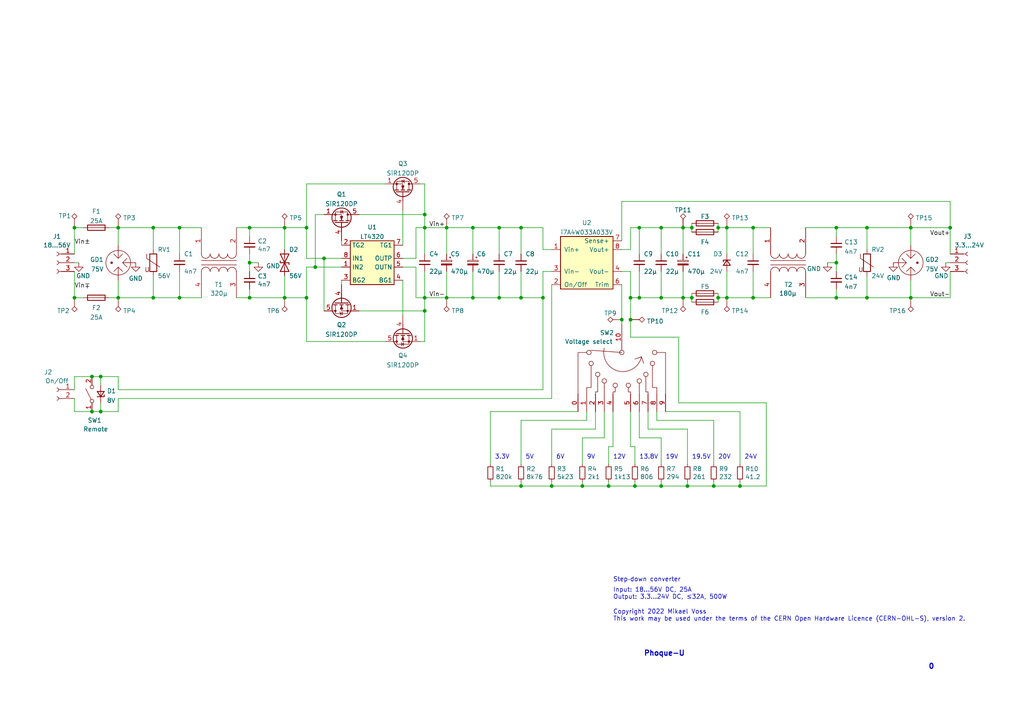
<source format=kicad_sch>
(kicad_sch (version 20211123) (generator eeschema)
  (paper "A4")
  (lib_symbols
    (symbol "Connector:Conn_01x02_Female" (pin_names (offset 1.016) hide)
      (property "Reference" "J" (at 0 2.54 0))
      (property "Value" "Conn_01x02_Female" (at 0 -5.08 0))
      (symbol "Conn_01x02_Female_1_1"
        (arc (start 0 -2.032) (mid -0.508 -2.54) (end 0 -3.048) (stroke (width 0.1524)))
        (polyline (pts (xy -1.27 -2.54) (xy -0.508 -2.54)) (stroke (width 0.1524)))
        (polyline (pts (xy -1.27 0) (xy -0.508 0)) (stroke (width 0.1524)))
        (arc (start 0 0.508) (mid -0.508 0) (end 0 -0.508) (stroke (width 0.1524)))
        (pin passive line (at -5.08 0 0) (length 3.81) (name "Pin_1") (number "1"))
        (pin passive line (at -5.08 -2.54 0) (length 3.81) (name "Pin_2") (number "2"))
      )
    )
    (symbol "Connector:Conn_01x03_Female" (pin_names (offset 1.016) hide)
      (property "Reference" "J" (at 0 5.08 0))
      (property "Value" "Conn_01x03_Female" (at 0 -5.08 0))
      (symbol "Conn_01x03_Female_1_1"
        (arc (start 0 -2.032) (mid -0.508 -2.54) (end 0 -3.048) (stroke (width 0.1524)))
        (polyline (pts (xy -1.27 -2.54) (xy -0.508 -2.54)) (stroke (width 0.1524)))
        (polyline (pts (xy -1.27 0) (xy -0.508 0)) (stroke (width 0.1524)))
        (polyline (pts (xy -1.27 2.54) (xy -0.508 2.54)) (stroke (width 0.1524)))
        (arc (start 0 0.508) (mid -0.508 0) (end 0 -0.508) (stroke (width 0.1524)))
        (arc (start 0 3.048) (mid -0.508 2.54) (end 0 2.032) (stroke (width 0.1524)))
        (pin passive line (at -5.08 2.54 0) (length 3.81) (name "Pin_1") (number "1"))
        (pin passive line (at -5.08 0 0) (length 3.81) (name "Pin_2") (number "2"))
        (pin passive line (at -5.08 -2.54 0) (length 3.81) (name "Pin_3") (number "3"))
      )
    )
    (symbol "Connector:TestPoint_Alt" (pin_numbers hide) (pin_names (offset 0.762) hide)
      (property "Reference" "TP" (at 0 6.858 0))
      (property "Value" "TestPoint_Alt" (at 0 5.08 0))
      (symbol "TestPoint_Alt_0_1"
        (polyline (pts (xy 0 2.54) (xy -0.762 3.302) (xy 0 4.064) (xy 0.762 3.302) (xy 0 2.54)))
      )
      (symbol "TestPoint_Alt_1_1"
        (pin passive line (at 0 0 90) (length 2.54) (name "1") (number "1"))
      )
    )
    (symbol "Device:C_Polarized_Small" (pin_numbers hide) (pin_names (offset 0.254) hide)
      (property "Reference" "C" (at 0.254 1.778 0))
      (property "Value" "C_Polarized_Small" (at 0.254 -2.032 0))
      (symbol "C_Polarized_Small_0_1"
        (rectangle (start -1.524 -0.3048) (end 1.524 -0.6858) (fill (type outline)))
        (rectangle (start -1.524 0.6858) (end 1.524 0.3048))
        (polyline (pts (xy -1.27 1.524) (xy -0.762 1.524)))
        (polyline (pts (xy -1.016 1.27) (xy -1.016 1.778)))
      )
      (symbol "C_Polarized_Small_1_1"
        (pin passive line (at 0 2.54 270) (length 1.8542) (name "~") (number "1"))
        (pin passive line (at 0 -2.54 90) (length 1.8542) (name "~") (number "2"))
      )
    )
    (symbol "Device:C_Small" (pin_numbers hide) (pin_names (offset 0.254) hide)
      (property "Reference" "C" (at 0.254 1.778 0))
      (property "Value" "C_Small" (at 0.254 -2.032 0))
      (symbol "C_Small_0_1"
        (polyline (pts (xy -1.524 -0.508) (xy 1.524 -0.508)) (stroke (width 0.3302)))
        (polyline (pts (xy -1.524 0.508) (xy 1.524 0.508)) (stroke (width 0.3048)))
      )
      (symbol "C_Small_1_1"
        (pin passive line (at 0 2.54 270) (length 2.032) (name "~") (number "1"))
        (pin passive line (at 0 -2.54 90) (length 2.032) (name "~") (number "2"))
      )
    )
    (symbol "Device:D_TVS" (pin_numbers hide) (pin_names (offset 1.016) hide)
      (property "Reference" "D" (at 0 2.54 0))
      (property "Value" "D_TVS" (at 0 -2.54 0))
      (symbol "D_TVS_0_1"
        (polyline (pts (xy 1.27 0) (xy -1.27 0)))
        (polyline (pts (xy 0.508 1.27) (xy 0 1.27) (xy 0 -1.27) (xy -0.508 -1.27)) (stroke (width 0.254)))
        (polyline (pts (xy -2.54 1.27) (xy -2.54 -1.27) (xy 2.54 1.27) (xy 2.54 -1.27) (xy -2.54 1.27)) (stroke (width 0.254)))
      )
      (symbol "D_TVS_1_1"
        (pin passive line (at -3.81 0 0) (length 2.54) (name "A1") (number "1"))
        (pin passive line (at 3.81 0 180) (length 2.54) (name "A2") (number "2"))
      )
    )
    (symbol "Device:D_Zener_Small" (pin_numbers hide) (pin_names (offset 0.254) hide)
      (property "Reference" "D" (at 0 2.286 0))
      (property "Value" "D_Zener_Small" (at 0 -2.286 0))
      (symbol "D_Zener_Small_0_1"
        (polyline (pts (xy 0.762 0) (xy -0.762 0)))
        (polyline (pts (xy -0.254 1.016) (xy -0.762 1.016) (xy -0.762 -1.016)) (stroke (width 0.254)))
        (polyline (pts (xy 0.762 1.016) (xy -0.762 0) (xy 0.762 -1.016) (xy 0.762 1.016)) (stroke (width 0.254)))
      )
      (symbol "D_Zener_Small_1_1"
        (pin passive line (at -2.54 0 0) (length 1.778) (name "K") (number "1"))
        (pin passive line (at 2.54 0 180) (length 1.778) (name "A") (number "2"))
      )
    )
    (symbol "Device:Fuse" (pin_numbers hide) (pin_names (offset 0))
      (property "Reference" "F" (at 2.032 0 90))
      (property "Value" "Fuse" (at -1.905 0 90))
      (symbol "Fuse_0_1"
        (rectangle (start -0.762 -2.54) (end 0.762 2.54) (stroke (width 0.254)))
        (polyline (pts (xy 0 2.54) (xy 0 -2.54)))
      )
      (symbol "Fuse_1_1"
        (pin passive line (at 0 3.81 270) (length 1.27) (name "~") (number "1"))
        (pin passive line (at 0 -3.81 90) (length 1.27) (name "~") (number "2"))
      )
    )
    (symbol "Device:GDT_3Pin" (pin_numbers hide)
      (property "Reference" "GD" (at 5.08 0 90))
      (property "Value" "GDT_3Pin" (at 7.62 0 90))
      (symbol "GDT_3Pin_0_1"
        (polyline (pts (xy -2.54 0) (xy -1.27 0)))
        (polyline (pts (xy 0 -2.54) (xy 0 -1.27)))
        (polyline (pts (xy 0 -1.27) (xy -1.27 -2.54)))
        (polyline (pts (xy 0 -1.27) (xy 1.27 -2.54)))
        (polyline (pts (xy 0 1.27) (xy -1.27 2.54)))
        (polyline (pts (xy 0 1.27) (xy 1.27 2.54)))
        (polyline (pts (xy 0 2.54) (xy 0 1.27)))
        (polyline (pts (xy -2.54 1.27) (xy -1.27 0) (xy -2.54 -1.27)))
        (circle (center 0 0) (radius 3.5814))
        (circle (center 1.905 0) (radius 0.127))
        (circle (center 1.905 0) (radius 0.127))
        (circle (center 1.905 0) (radius 0.2794))
        (circle (center 2.032 0) (radius 0.127))
      )
      (symbol "GDT_3Pin_1_1"
        (pin passive line (at 0 -5.08 90) (length 2.54) (name "~") (number "1"))
        (pin passive line (at -5.08 0 0) (length 2.54) (name "~") (number "2"))
        (pin passive line (at 0 5.08 270) (length 2.54) (name "~") (number "3"))
      )
    )
    (symbol "Device:R_Small" (pin_numbers hide) (pin_names (offset 0.254) hide)
      (property "Reference" "R" (at 0.762 0.508 0))
      (property "Value" "R_Small" (at 0.762 -1.016 0))
      (symbol "R_Small_0_1"
        (rectangle (start -0.762 1.778) (end 0.762 -1.778) (stroke (width 0.2032)))
      )
      (symbol "R_Small_1_1"
        (pin passive line (at 0 2.54 270) (length 0.762) (name "~") (number "1"))
        (pin passive line (at 0 -2.54 90) (length 0.762) (name "~") (number "2"))
      )
    )
    (symbol "Device:Transformer_1P_1S" (pin_names (offset 1.016) hide)
      (property "Reference" "T" (at 0 6.35 0))
      (property "Value" "Transformer_1P_1S" (at 0 -7.62 0))
      (symbol "Transformer_1P_1S_0_1"
        (arc (start -2.54 -5.0546) (mid -1.6561 -4.6863) (end -1.27 -3.81))
        (arc (start -2.54 -2.5146) (mid -1.6561 -2.1463) (end -1.27 -1.27))
        (arc (start -2.54 0.0254) (mid -1.6561 0.3937) (end -1.27 1.27))
        (arc (start -2.54 2.5654) (mid -1.6561 2.9337) (end -1.27 3.81))
        (arc (start -1.27 -3.81) (mid -1.642 -2.912) (end -2.54 -2.54))
        (arc (start -1.27 -1.27) (mid -1.642 -0.372) (end -2.54 0))
        (arc (start -1.27 1.27) (mid -1.642 2.168) (end -2.54 2.54))
        (arc (start -1.27 3.81) (mid -1.642 4.708) (end -2.54 5.08))
        (polyline (pts (xy -0.635 5.08) (xy -0.635 -5.08)))
        (polyline (pts (xy 0.635 -5.08) (xy 0.635 5.08)))
        (arc (start 1.2954 -1.27) (mid 1.6599 -2.1501) (end 2.54 -2.5146))
        (arc (start 1.2954 1.27) (mid 1.6599 0.3899) (end 2.54 0.0254))
        (arc (start 1.2954 3.81) (mid 1.6599 2.9299) (end 2.54 2.5654))
        (arc (start 1.3208 -3.81) (mid 1.6853 -4.6901) (end 2.5654 -5.0546))
        (arc (start 2.54 0) (mid 1.6456 -0.3683) (end 1.2954 -1.27))
        (arc (start 2.54 2.54) (mid 1.6456 2.1717) (end 1.2954 1.27))
        (arc (start 2.54 5.08) (mid 1.6456 4.7117) (end 1.2954 3.81))
        (arc (start 2.5654 -2.54) (mid 1.671 -2.9083) (end 1.3208 -3.81))
      )
      (symbol "Transformer_1P_1S_1_1"
        (pin passive line (at -10.16 5.08 0) (length 7.62) (name "AA") (number "1"))
        (pin passive line (at -10.16 -5.08 0) (length 7.62) (name "AB") (number "2"))
        (pin passive line (at 10.16 -5.08 180) (length 7.62) (name "SA") (number "3"))
        (pin passive line (at 10.16 5.08 180) (length 7.62) (name "SB") (number "4"))
      )
    )
    (symbol "Device:Varistor" (pin_numbers hide) (pin_names (offset 0))
      (property "Reference" "RV" (at 3.175 0 90))
      (property "Value" "Varistor" (at -3.175 0 90))
      (symbol "Varistor_0_0"
        (text "U" (at -1.778 -2.032 0) (effects (font (size 1.27 1.27))))
      )
      (symbol "Varistor_0_1"
        (rectangle (start -1.016 -2.54) (end 1.016 2.54) (stroke (width 0.254)))
        (polyline (pts (xy -1.905 2.54) (xy -1.905 1.27) (xy 1.905 -1.27)))
      )
      (symbol "Varistor_1_1"
        (pin passive line (at 0 3.81 270) (length 1.27) (name "~") (number "1"))
        (pin passive line (at 0 -3.81 90) (length 1.27) (name "~") (number "2"))
      )
    )
    (symbol "Local:LT4320"
      (property "Reference" "U" (at -5.08 7.62 0))
      (property "Value" "LT4320" (at 0 7.62 0))
      (symbol "LT4320_0_1"
        (rectangle (start -6.35 6.35) (end 6.35 -6.35) (stroke (width 0.254)) (fill (type background)))
      )
      (symbol "LT4320_1_1"
        (pin power_in line (at -8.89 -1.27 0) (length 2.54) (name "IN2") (number "1"))
        (pin output line (at -8.89 5.08 0) (length 2.54) (name "TG2") (number "2"))
        (pin output line (at -8.89 -5.08 0) (length 2.54) (name "BG2") (number "3"))
        (pin output line (at 8.89 -5.08 180) (length 2.54) (name "BG1") (number "4"))
        (pin power_out line (at 8.89 -1.27 180) (length 2.54) (name "OUTN") (number "5"))
        (pin power_out line (at 8.89 1.27 180) (length 2.54) (name "OUTP") (number "6"))
        (pin output line (at 8.89 5.08 180) (length 2.54) (name "TG1") (number "7"))
        (pin power_in line (at -8.89 1.27 0) (length 2.54) (name "IN1") (number "8"))
        (pin passive line (at 8.89 -1.27 180) (length 2.54) hide (name "OUTN") (number "9"))
      )
    )
    (symbol "Local:SW_Rotary10" (pin_names (offset 1.016) hide)
      (property "Reference" "SW" (at 0 15.24 0))
      (property "Value" "SW_Rotary10" (at 0 -15.24 0))
      (symbol "SW_Rotary10_0_0"
        (circle (center -6.985 -9.525) (radius 0.635))
        (circle (center -6.985 0) (radius 0.635))
        (circle (center -6.985 9.525) (radius 0.635))
        (arc (start -5.715 -5.715) (mid -1.6023 0.949) (end -8.255 5.08))
        (circle (center -3.81 -8.89) (radius 0.635))
        (circle (center -3.81 8.89) (radius 0.635))
        (circle (center -0.635 -6.985) (radius 0.635))
        (circle (center -0.635 6.985) (radius 0.635))
        (polyline (pts (xy -6.985 0) (xy -7.62 8.89)))
        (polyline (pts (xy -5.715 -5.715) (xy -5.08 -3.81)))
        (polyline (pts (xy -5.715 -5.715) (xy -3.81 -6.35)))
        (polyline (pts (xy 1.905 -5.08) (xy 5.08 -5.08)))
        (polyline (pts (xy 1.905 5.08) (xy 5.08 5.08)))
        (polyline (pts (xy -6.985 -10.16) (xy -6.985 -12.7) (xy 5.08 -12.7)))
        (polyline (pts (xy -6.985 10.16) (xy -6.985 12.7) (xy 5.08 12.7)))
        (polyline (pts (xy -3.175 -8.89) (xy 3.175 -8.89) (xy 3.175 -10.16) (xy 5.08 -10.16)))
        (polyline (pts (xy -3.175 8.89) (xy 3.175 8.89) (xy 3.175 10.16) (xy 5.08 10.16)))
        (polyline (pts (xy 0 -6.985) (xy 4.445 -6.985) (xy 4.445 -7.62) (xy 5.08 -7.62)))
        (polyline (pts (xy 0 6.985) (xy 4.445 6.985) (xy 4.445 7.62) (xy 5.08 7.62)))
        (polyline (pts (xy 3.175 -1.905) (xy 4.445 -1.905) (xy 4.445 -2.54) (xy 5.08 -2.54)))
        (polyline (pts (xy 3.175 1.905) (xy 4.445 1.905) (xy 4.445 2.54) (xy 5.08 2.54)))
        (circle (center 1.27 -5.08) (radius 0.635))
        (circle (center 1.27 5.08) (radius 0.635))
        (circle (center 2.54 -1.905) (radius 0.635))
        (circle (center 2.54 1.905) (radius 0.635))
      )
      (symbol "SW_Rotary10_0_1"
        (pin passive line (at 10.16 12.7 180) (length 5.08) (name "0") (number "0"))
        (pin passive line (at 10.16 10.16 180) (length 5.08) (name "1") (number "1"))
        (pin passive line (at -15.24 0 0) (length 7.62) (name "10") (number "10"))
        (pin passive line (at 10.16 7.62 180) (length 5.08) (name "2") (number "2"))
        (pin passive line (at 10.16 5.08 180) (length 5.08) (name "3") (number "3"))
        (pin passive line (at 10.16 2.54 180) (length 5.08) (name "4") (number "4"))
        (pin passive line (at 10.16 -2.54 180) (length 5.08) (name "5") (number "5"))
        (pin passive line (at 10.16 -5.08 180) (length 5.08) (name "6") (number "6"))
        (pin passive line (at 10.16 -7.62 180) (length 5.08) (name "7") (number "7"))
        (pin passive line (at 10.16 -10.16 180) (length 5.08) (name "8") (number "8"))
        (pin passive line (at 10.16 -12.7 180) (length 5.08) (name "9") (number "9"))
      )
    )
    (symbol "Local:SiR120DP" (pin_names (offset 0) hide)
      (property "Reference" "Q" (at 5.08 1.27 0))
      (property "Value" "SiR120DP" (at 5.08 -1.27 0))
      (symbol "SiR120DP_0_1"
        (polyline (pts (xy 0.254 0) (xy -2.54 0)))
        (polyline (pts (xy 0.254 1.905) (xy 0.254 -1.905)) (stroke (width 0.254)))
        (polyline (pts (xy 0.762 -1.27) (xy 0.762 -2.286)) (stroke (width 0.254)))
        (polyline (pts (xy 0.762 0.508) (xy 0.762 -0.508)) (stroke (width 0.254)))
        (polyline (pts (xy 0.762 2.286) (xy 0.762 1.27)) (stroke (width 0.254)))
        (polyline (pts (xy 2.54 2.54) (xy 2.54 1.778)))
        (polyline (pts (xy 2.54 -2.54) (xy 2.54 0) (xy 0.762 0)))
        (polyline (pts (xy 0.762 -1.778) (xy 3.302 -1.778) (xy 3.302 1.778) (xy 0.762 1.778)))
        (polyline (pts (xy 1.016 0) (xy 2.032 0.381) (xy 2.032 -0.381) (xy 1.016 0)) (fill (type outline)))
        (polyline (pts (xy 2.794 0.508) (xy 2.921 0.381) (xy 3.683 0.381) (xy 3.81 0.254)))
        (polyline (pts (xy 3.302 0.381) (xy 2.921 -0.254) (xy 3.683 -0.254) (xy 3.302 0.381)))
        (circle (center 1.651 0) (radius 2.794) (stroke (width 0.254)))
        (circle (center 2.54 -1.778) (radius 0.254) (fill (type outline)))
        (circle (center 2.54 1.778) (radius 0.254) (fill (type outline)))
      )
      (symbol "SiR120DP_1_1"
        (pin passive line (at 2.54 -5.08 90) (length 2.54) (name "S") (number "1"))
        (pin passive line (at 2.54 -5.08 90) (length 2.54) hide (name "S") (number "2"))
        (pin passive line (at 2.54 -5.08 90) (length 2.54) hide (name "S") (number "3"))
        (pin input line (at -5.08 0 0) (length 5.08) (name "G") (number "4"))
        (pin passive line (at 2.54 5.08 270) (length 2.54) (name "D") (number "5"))
        (pin passive line (at 2.54 5.08 270) (length 2.54) hide (name "D") (number "6"))
        (pin passive line (at 2.54 5.08 270) (length 2.54) hide (name "D") (number "7"))
        (pin passive line (at 2.54 5.08 270) (length 2.54) hide (name "D") (number "8"))
      )
    )
    (symbol "Local:i7A4W033A033V" (pin_names (offset 1.016))
      (property "Reference" "U" (at 0 11.43 0))
      (property "Value" "i7A4W033A033V" (at 0 8.89 0))
      (symbol "i7A4W033A033V_0_1"
        (rectangle (start -7.62 7.62) (end 7.62 -7.62) (stroke (width 0.254)) (fill (type background)))
      )
      (symbol "i7A4W033A033V_1_1"
        (pin power_in line (at -10.16 3.81 0) (length 2.54) (name "Vin +") (number "1"))
        (pin passive line (at -10.16 -2.54 0) (length 2.54) hide (name "Vin -") (number "10"))
        (pin input line (at -10.16 -6.35 0) (length 2.54) (name "On / Off") (number "2"))
        (pin power_in line (at -10.16 -2.54 0) (length 2.54) (name "Vin -") (number "3"))
        (pin power_out line (at 10.16 -2.54 180) (length 2.54) (name "Vout -") (number "4"))
        (pin input line (at 10.16 -6.35 180) (length 2.54) (name "Trim") (number "6"))
        (pin input line (at 10.16 6.35 180) (length 2.54) (name "Sense +") (number "7"))
        (pin power_out line (at 10.16 3.81 180) (length 2.54) (name "Vout +") (number "8"))
        (pin passive line (at -10.16 3.81 0) (length 2.54) hide (name "Vin +") (number "9"))
      )
    )
    (symbol "Switch:SW_SPST" (pin_names (offset 0) hide)
      (property "Reference" "SW" (at 0 3.175 0))
      (property "Value" "SW_SPST" (at 0 -2.54 0))
      (symbol "SW_SPST_0_0"
        (circle (center -2.032 0) (radius 0.508))
        (polyline (pts (xy -1.524 0.254) (xy 1.524 1.778)))
        (circle (center 2.032 0) (radius 0.508))
      )
      (symbol "SW_SPST_1_1"
        (pin passive line (at -5.08 0 0) (length 2.54) (name "A") (number "1"))
        (pin passive line (at 5.08 0 180) (length 2.54) (name "B") (number "2"))
      )
    )
    (symbol "power:GND" (power) (pin_names (offset 0))
      (property "Value" "GND" (at 0 -3.81 0))
      (symbol "GND_0_1"
        (polyline (pts (xy 0 0) (xy 0 -1.27) (xy 1.27 -1.27) (xy 0 -2.54) (xy -1.27 -1.27) (xy 0 -1.27)))
      )
      (symbol "GND_1_1"
        (pin power_in line (at 0 0 270) (length 0) hide (name "GND") (number "1"))
      )
    )
  )
  (junction (at 180.34 92.71))
  (junction (at 214.63 140.97))
  (junction (at 151.13 140.97))
  (junction (at 44.45 86.36))
  (junction (at 91.44 77.47))
  (junction (at 191.77 140.97))
  (junction (at 29.21 109.22))
  (junction (at 182.88 86.36))
  (junction (at 210.82 66.04))
  (junction (at 242.57 76.2))
  (junction (at 251.46 86.36))
  (junction (at 144.78 86.36))
  (junction (at 26.67 119.38))
  (junction (at 29.21 119.38))
  (junction (at 184.15 140.97))
  (junction (at 207.01 140.97))
  (junction (at 34.29 86.36))
  (junction (at 151.13 86.36))
  (junction (at 82.55 86.36))
  (junction (at 144.78 66.04))
  (junction (at 137.16 86.36))
  (junction (at 200.66 66.04))
  (junction (at 275.59 66.04))
  (junction (at 72.39 66.04))
  (junction (at 198.12 86.36))
  (junction (at 123.19 90.17))
  (junction (at 82.55 66.04))
  (junction (at 242.57 86.36))
  (junction (at 185.42 86.36))
  (junction (at 157.48 86.36))
  (junction (at 44.45 66.04))
  (junction (at 218.44 86.36))
  (junction (at 129.54 66.04))
  (junction (at 72.39 76.2))
  (junction (at 52.07 86.36))
  (junction (at 93.98 74.93))
  (junction (at 52.07 66.04))
  (junction (at 34.29 66.04))
  (junction (at 88.9 86.36))
  (junction (at 182.88 92.71))
  (junction (at 123.19 62.23))
  (junction (at 191.77 66.04))
  (junction (at 129.54 86.36))
  (junction (at 210.82 86.36))
  (junction (at 191.77 86.36))
  (junction (at 199.39 140.97))
  (junction (at 176.53 140.97))
  (junction (at 242.57 66.04))
  (junction (at 264.16 66.04))
  (junction (at 123.19 66.04))
  (junction (at 72.39 86.36))
  (junction (at 208.28 66.04))
  (junction (at 21.59 86.36))
  (junction (at 123.19 86.36))
  (junction (at 264.16 86.36))
  (junction (at 26.67 109.22))
  (junction (at 251.46 66.04))
  (junction (at 208.28 86.36))
  (junction (at 218.44 66.04))
  (junction (at 151.13 66.04))
  (junction (at 160.02 140.97))
  (junction (at 200.66 86.36))
  (junction (at 198.12 66.04))
  (junction (at 88.9 66.04))
  (junction (at 137.16 66.04))
  (junction (at 21.59 66.04))
  (junction (at 168.91 140.97))
  (junction (at 185.42 66.04))
  (wire (pts (xy 242.57 66.04) (xy 242.57 68.58)))
  (wire (pts (xy 26.67 119.38) (xy 29.21 119.38)))
  (wire (pts (xy 182.88 86.36) (xy 182.88 78.74)))
  (wire (pts (xy 157.48 86.36) (xy 157.48 78.74)))
  (wire (pts (xy 116.84 60.96) (xy 116.84 71.12)))
  (wire (pts (xy 44.45 86.36) (xy 52.07 86.36)))
  (wire (pts (xy 177.8 119.38) (xy 177.8 129.54)))
  (wire (pts (xy 176.53 129.54) (xy 176.53 134.62)))
  (wire (pts (xy 180.34 69.85) (xy 180.34 58.42)))
  (wire (pts (xy 182.88 97.79) (xy 196.85 97.79)))
  (wire (pts (xy 129.54 66.04) (xy 137.16 66.04)))
  (wire (pts (xy 160.02 140.97) (xy 168.91 140.97)))
  (wire (pts (xy 184.15 139.7) (xy 184.15 140.97)))
  (wire (pts (xy 121.92 99.06) (xy 123.19 99.06)))
  (wire (pts (xy 123.19 53.34) (xy 123.19 62.23)))
  (wire (pts (xy 142.24 119.38) (xy 142.24 134.62)))
  (wire (pts (xy 82.55 66.04) (xy 82.55 72.39)))
  (wire (pts (xy 198.12 73.66) (xy 198.12 66.04)))
  (wire (pts (xy 176.53 139.7) (xy 176.53 140.97)))
  (wire (pts (xy 99.06 69.85) (xy 99.06 71.12)))
  (wire (pts (xy 251.46 86.36) (xy 264.16 86.36)))
  (wire (pts (xy 111.76 99.06) (xy 88.9 99.06)))
  (wire (pts (xy 151.13 139.7) (xy 151.13 140.97)))
  (wire (pts (xy 99.06 74.93) (xy 93.98 74.93)))
  (wire (pts (xy 29.21 116.84) (xy 29.21 119.38)))
  (wire (pts (xy 207.01 140.97) (xy 214.63 140.97)))
  (wire (pts (xy 240.03 76.2) (xy 242.57 76.2)))
  (wire (pts (xy 21.59 113.03) (xy 21.59 109.22)))
  (wire (pts (xy 218.44 66.04) (xy 223.52 66.04)))
  (wire (pts (xy 208.28 66.04) (xy 208.28 67.31)))
  (wire (pts (xy 207.01 121.92) (xy 207.01 134.62)))
  (wire (pts (xy 199.39 140.97) (xy 207.01 140.97)))
  (wire (pts (xy 242.57 66.04) (xy 251.46 66.04)))
  (wire (pts (xy 93.98 74.93) (xy 93.98 90.17)))
  (wire (pts (xy 72.39 66.04) (xy 82.55 66.04)))
  (wire (pts (xy 88.9 53.34) (xy 111.76 53.34)))
  (wire (pts (xy 190.5 119.38) (xy 190.5 121.92)))
  (wire (pts (xy 123.19 86.36) (xy 123.19 90.17)))
  (wire (pts (xy 185.42 127) (xy 191.77 127)))
  (wire (pts (xy 68.58 66.04) (xy 72.39 66.04)))
  (wire (pts (xy 26.67 109.22) (xy 29.21 109.22)))
  (wire (pts (xy 160.02 115.57) (xy 160.02 82.55)))
  (wire (pts (xy 251.46 66.04) (xy 251.46 72.39)))
  (wire (pts (xy 31.75 86.36) (xy 34.29 86.36)))
  (wire (pts (xy 196.85 116.84) (xy 196.85 97.79)))
  (wire (pts (xy 121.92 53.34) (xy 123.19 53.34)))
  (wire (pts (xy 172.72 119.38) (xy 172.72 124.46)))
  (wire (pts (xy 214.63 119.38) (xy 214.63 134.62)))
  (wire (pts (xy 93.98 62.23) (xy 91.44 62.23)))
  (wire (pts (xy 142.24 139.7) (xy 142.24 140.97)))
  (wire (pts (xy 274.32 76.2) (xy 275.59 76.2)))
  (wire (pts (xy 182.88 72.39) (xy 180.34 72.39)))
  (wire (pts (xy 175.26 127) (xy 168.91 127)))
  (wire (pts (xy 214.63 140.97) (xy 214.63 139.7)))
  (wire (pts (xy 21.59 66.04) (xy 21.59 73.66)))
  (wire (pts (xy 185.42 66.04) (xy 191.77 66.04)))
  (wire (pts (xy 137.16 86.36) (xy 144.78 86.36)))
  (wire (pts (xy 157.48 66.04) (xy 151.13 66.04)))
  (wire (pts (xy 208.28 66.04) (xy 210.82 66.04)))
  (wire (pts (xy 157.48 78.74) (xy 160.02 78.74)))
  (wire (pts (xy 91.44 62.23) (xy 91.44 77.47)))
  (wire (pts (xy 123.19 86.36) (xy 129.54 86.36)))
  (wire (pts (xy 82.55 86.36) (xy 88.9 86.36)))
  (wire (pts (xy 144.78 66.04) (xy 151.13 66.04)))
  (wire (pts (xy 72.39 78.74) (xy 72.39 76.2)))
  (wire (pts (xy 222.25 116.84) (xy 196.85 116.84)))
  (wire (pts (xy 185.42 66.04) (xy 182.88 66.04)))
  (wire (pts (xy 180.34 58.42) (xy 275.59 58.42)))
  (wire (pts (xy 82.55 80.01) (xy 82.55 86.36)))
  (wire (pts (xy 120.65 74.93) (xy 120.65 66.04)))
  (wire (pts (xy 184.15 129.54) (xy 184.15 134.62)))
  (wire (pts (xy 180.34 92.71) (xy 180.34 93.98)))
  (wire (pts (xy 120.65 86.36) (xy 123.19 86.36)))
  (wire (pts (xy 208.28 64.77) (xy 208.28 66.04)))
  (wire (pts (xy 72.39 76.2) (xy 74.93 76.2)))
  (wire (pts (xy 144.78 86.36) (xy 151.13 86.36)))
  (wire (pts (xy 34.29 115.57) (xy 160.02 115.57)))
  (wire (pts (xy 176.53 140.97) (xy 184.15 140.97)))
  (wire (pts (xy 187.96 119.38) (xy 187.96 124.46)))
  (wire (pts (xy 34.29 109.22) (xy 34.29 113.03)))
  (wire (pts (xy 21.59 109.22) (xy 26.67 109.22)))
  (wire (pts (xy 182.88 92.71) (xy 182.88 97.79)))
  (wire (pts (xy 123.19 62.23) (xy 123.19 66.04)))
  (wire (pts (xy 200.66 64.77) (xy 200.66 66.04)))
  (wire (pts (xy 198.12 86.36) (xy 191.77 86.36)))
  (wire (pts (xy 68.58 86.36) (xy 72.39 86.36)))
  (wire (pts (xy 264.16 66.04) (xy 264.16 71.12)))
  (wire (pts (xy 242.57 73.66) (xy 242.57 76.2)))
  (wire (pts (xy 34.29 113.03) (xy 157.48 113.03)))
  (wire (pts (xy 210.82 66.04) (xy 210.82 73.66)))
  (wire (pts (xy 264.16 81.28) (xy 264.16 86.36)))
  (wire (pts (xy 120.65 66.04) (xy 123.19 66.04)))
  (wire (pts (xy 144.78 78.74) (xy 144.78 86.36)))
  (wire (pts (xy 151.13 140.97) (xy 160.02 140.97)))
  (wire (pts (xy 233.68 86.36) (xy 242.57 86.36)))
  (wire (pts (xy 123.19 90.17) (xy 123.19 99.06)))
  (wire (pts (xy 182.88 86.36) (xy 182.88 92.71)))
  (wire (pts (xy 199.39 139.7) (xy 199.39 140.97)))
  (wire (pts (xy 123.19 73.66) (xy 123.19 66.04)))
  (wire (pts (xy 264.16 66.04) (xy 275.59 66.04)))
  (wire (pts (xy 72.39 66.04) (xy 72.39 68.58)))
  (wire (pts (xy 44.45 66.04) (xy 52.07 66.04)))
  (wire (pts (xy 182.88 129.54) (xy 184.15 129.54)))
  (wire (pts (xy 182.88 78.74) (xy 180.34 78.74)))
  (wire (pts (xy 116.84 74.93) (xy 120.65 74.93)))
  (wire (pts (xy 275.59 86.36) (xy 275.59 78.74)))
  (wire (pts (xy 191.77 66.04) (xy 198.12 66.04)))
  (wire (pts (xy 72.39 86.36) (xy 82.55 86.36)))
  (wire (pts (xy 242.57 83.82) (xy 242.57 86.36)))
  (wire (pts (xy 264.16 86.36) (xy 275.59 86.36)))
  (wire (pts (xy 191.77 127) (xy 191.77 134.62)))
  (wire (pts (xy 187.96 124.46) (xy 199.39 124.46)))
  (wire (pts (xy 198.12 86.36) (xy 200.66 86.36)))
  (wire (pts (xy 191.77 86.36) (xy 185.42 86.36)))
  (wire (pts (xy 193.04 119.38) (xy 214.63 119.38)))
  (wire (pts (xy 168.91 127) (xy 168.91 134.62)))
  (wire (pts (xy 275.59 58.42) (xy 275.59 66.04)))
  (wire (pts (xy 208.28 85.09) (xy 208.28 86.36)))
  (wire (pts (xy 120.65 77.47) (xy 120.65 86.36)))
  (wire (pts (xy 91.44 77.47) (xy 88.9 77.47)))
  (wire (pts (xy 180.34 82.55) (xy 180.34 92.71)))
  (wire (pts (xy 21.59 66.04) (xy 24.13 66.04)))
  (wire (pts (xy 151.13 86.36) (xy 157.48 86.36)))
  (wire (pts (xy 210.82 86.36) (xy 218.44 86.36)))
  (wire (pts (xy 233.68 66.04) (xy 242.57 66.04)))
  (wire (pts (xy 185.42 66.04) (xy 185.42 73.66)))
  (wire (pts (xy 160.02 139.7) (xy 160.02 140.97)))
  (wire (pts (xy 191.77 78.74) (xy 191.77 86.36)))
  (wire (pts (xy 142.24 140.97) (xy 151.13 140.97)))
  (wire (pts (xy 137.16 78.74) (xy 137.16 86.36)))
  (wire (pts (xy 137.16 66.04) (xy 144.78 66.04)))
  (wire (pts (xy 184.15 140.97) (xy 191.77 140.97)))
  (wire (pts (xy 190.5 121.92) (xy 207.01 121.92)))
  (wire (pts (xy 168.91 140.97) (xy 176.53 140.97)))
  (wire (pts (xy 151.13 78.74) (xy 151.13 86.36)))
  (wire (pts (xy 168.91 139.7) (xy 168.91 140.97)))
  (wire (pts (xy 182.88 66.04) (xy 182.88 72.39)))
  (wire (pts (xy 99.06 77.47) (xy 91.44 77.47)))
  (wire (pts (xy 52.07 86.36) (xy 58.42 86.36)))
  (wire (pts (xy 52.07 66.04) (xy 58.42 66.04)))
  (wire (pts (xy 177.8 129.54) (xy 176.53 129.54)))
  (wire (pts (xy 160.02 124.46) (xy 160.02 134.62)))
  (wire (pts (xy 21.59 76.2) (xy 22.86 76.2)))
  (wire (pts (xy 200.66 85.09) (xy 200.66 86.36)))
  (wire (pts (xy 34.29 66.04) (xy 34.29 71.12)))
  (wire (pts (xy 151.13 121.92) (xy 151.13 134.62)))
  (wire (pts (xy 151.13 66.04) (xy 151.13 73.66)))
  (wire (pts (xy 222.25 140.97) (xy 222.25 116.84)))
  (wire (pts (xy 88.9 66.04) (xy 88.9 74.93)))
  (wire (pts (xy 88.9 86.36) (xy 88.9 99.06)))
  (wire (pts (xy 172.72 124.46) (xy 160.02 124.46)))
  (wire (pts (xy 199.39 124.46) (xy 199.39 134.62)))
  (wire (pts (xy 251.46 80.01) (xy 251.46 86.36)))
  (wire (pts (xy 182.88 119.38) (xy 182.88 129.54)))
  (wire (pts (xy 242.57 86.36) (xy 251.46 86.36)))
  (wire (pts (xy 52.07 86.36) (xy 52.07 78.74)))
  (wire (pts (xy 144.78 66.04) (xy 144.78 73.66)))
  (wire (pts (xy 34.29 119.38) (xy 34.29 115.57)))
  (wire (pts (xy 34.29 81.28) (xy 34.29 86.36)))
  (wire (pts (xy 214.63 140.97) (xy 222.25 140.97)))
  (wire (pts (xy 157.48 113.03) (xy 157.48 86.36)))
  (wire (pts (xy 170.18 119.38) (xy 170.18 121.92)))
  (wire (pts (xy 157.48 66.04) (xy 157.48 72.39)))
  (wire (pts (xy 198.12 66.04) (xy 200.66 66.04)))
  (wire (pts (xy 251.46 66.04) (xy 264.16 66.04)))
  (wire (pts (xy 198.12 78.74) (xy 198.12 86.36)))
  (wire (pts (xy 21.59 115.57) (xy 21.59 119.38)))
  (wire (pts (xy 191.77 139.7) (xy 191.77 140.97)))
  (wire (pts (xy 208.28 86.36) (xy 208.28 87.63)))
  (wire (pts (xy 170.18 121.92) (xy 151.13 121.92)))
  (wire (pts (xy 200.66 66.04) (xy 200.66 67.31)))
  (wire (pts (xy 21.59 86.36) (xy 24.13 86.36)))
  (wire (pts (xy 275.59 66.04) (xy 275.59 73.66)))
  (wire (pts (xy 21.59 119.38) (xy 26.67 119.38)))
  (wire (pts (xy 157.48 72.39) (xy 160.02 72.39)))
  (wire (pts (xy 31.75 66.04) (xy 34.29 66.04)))
  (wire (pts (xy 129.54 86.36) (xy 137.16 86.36)))
  (wire (pts (xy 242.57 76.2) (xy 242.57 78.74)))
  (wire (pts (xy 137.16 66.04) (xy 137.16 73.66)))
  (wire (pts (xy 116.84 77.47) (xy 120.65 77.47)))
  (wire (pts (xy 200.66 86.36) (xy 200.66 87.63)))
  (wire (pts (xy 191.77 140.97) (xy 199.39 140.97)))
  (wire (pts (xy 82.55 66.04) (xy 88.9 66.04)))
  (wire (pts (xy 29.21 109.22) (xy 29.21 111.76)))
  (wire (pts (xy 123.19 66.04) (xy 129.54 66.04)))
  (wire (pts (xy 93.98 74.93) (xy 88.9 74.93)))
  (wire (pts (xy 88.9 77.47) (xy 88.9 86.36)))
  (wire (pts (xy 210.82 66.04) (xy 218.44 66.04)))
  (wire (pts (xy 99.06 81.28) (xy 99.06 82.55)))
  (wire (pts (xy 34.29 86.36) (xy 44.45 86.36)))
  (wire (pts (xy 185.42 86.36) (xy 182.88 86.36)))
  (wire (pts (xy 218.44 78.74) (xy 218.44 86.36)))
  (wire (pts (xy 218.44 86.36) (xy 223.52 86.36)))
  (wire (pts (xy 52.07 66.04) (xy 52.07 73.66)))
  (wire (pts (xy 218.44 73.66) (xy 218.44 66.04)))
  (wire (pts (xy 175.26 119.38) (xy 175.26 127)))
  (wire (pts (xy 21.59 78.74) (xy 21.59 86.36)))
  (wire (pts (xy 129.54 66.04) (xy 129.54 73.66)))
  (wire (pts (xy 142.24 119.38) (xy 167.64 119.38)))
  (wire (pts (xy 129.54 78.74) (xy 129.54 86.36)))
  (wire (pts (xy 207.01 139.7) (xy 207.01 140.97)))
  (wire (pts (xy 116.84 81.28) (xy 116.84 91.44)))
  (wire (pts (xy 123.19 78.74) (xy 123.19 86.36)))
  (wire (pts (xy 29.21 109.22) (xy 34.29 109.22)))
  (wire (pts (xy 29.21 119.38) (xy 34.29 119.38)))
  (wire (pts (xy 72.39 76.2) (xy 72.39 73.66)))
  (wire (pts (xy 185.42 78.74) (xy 185.42 86.36)))
  (wire (pts (xy 34.29 66.04) (xy 44.45 66.04)))
  (wire (pts (xy 208.28 86.36) (xy 210.82 86.36)))
  (wire (pts (xy 44.45 80.01) (xy 44.45 86.36)))
  (wire (pts (xy 72.39 86.36) (xy 72.39 83.82)))
  (wire (pts (xy 185.42 119.38) (xy 185.42 127)))
  (wire (pts (xy 104.14 62.23) (xy 123.19 62.23)))
  (wire (pts (xy 191.77 66.04) (xy 191.77 73.66)))
  (wire (pts (xy 88.9 53.34) (xy 88.9 66.04)))
  (wire (pts (xy 44.45 72.39) (xy 44.45 66.04)))
  (wire (pts (xy 104.14 90.17) (xy 123.19 90.17)))
  (wire (pts (xy 210.82 78.74) (xy 210.82 86.36)))
  (text "12 V" (at 177.8 133.35 0) (effects (font (size 1.27 1.27)) (justify left bottom)))
  (text "Phoque-U" (at 186.69 190.5 0) (effects (font (size 1.5 1.5) (thickness 0.3) bold) (justify left bottom)))
  (text "0" (at 269.24 194.31 0) (effects (font (size 1.5 1.5) (thickness 0.3) bold) (justify left bottom)))
  (text "24 V" (at 215.9 133.35 0) (effects (font (size 1.27 1.27)) (justify left bottom)))
  (text "13.8 V" (at 185.42 133.35 0) (effects (font (size 1.27 1.27)) (justify left bottom)))
  (text "9 V" (at 170.18 133.35 0) (effects (font (size 1.27 1.27)) (justify left bottom)))
  (text "Copyright 2022 Mikael Voss\nThis work may be used under the terms of the CERN Open Hardware Licence (CERN-OHL-S), version 2." (at 177.8 180.34 0) (effects (font (size 1.27 1.27)) (justify left bottom)))
  (text "Input: 18…56 V DC, 25 A\nOutput: 3.3…24 V DC, ≤ 32 A, 500 W" (at 177.8 173.99 0) (effects (font (size 1.27 1.27)) (justify left bottom)))
  (text "19.5 V" (at 200.66 133.35 0) (effects (font (size 1.27 1.27)) (justify left bottom)))
  (text "5 V" (at 152.4 133.35 0) (effects (font (size 1.27 1.27)) (justify left bottom)))
  (text "19 V" (at 193.04 133.35 0) (effects (font (size 1.27 1.27)) (justify left bottom)))
  (text "Step‐down converter" (at 177.8 168.91 0) (effects (font (size 1.27 1.27)) (justify left bottom)))
  (text "6 V" (at 161.29 133.35 0) (effects (font (size 1.27 1.27)) (justify left bottom)))
  (text "20 V" (at 208.28 133.35 0) (effects (font (size 1.27 1.27)) (justify left bottom)))
  (text "3.3 V" (at 143.51 133.35 0) (effects (font (size 1.27 1.27)) (justify left bottom)))
  (label "Vin -" (at 124.46 86.36 0))
  (label "Vin +" (at 124.46 66.04 0))
  (label "Vin ±" (at 21.59 71.12 0))
  (label "Vout +" (at 275.59 68.58 180))
  (label "Vout -" (at 275.59 86.36 180))
  (label "Vin ∓" (at 21.59 83.82 0))
  (symbol (lib_id "Connector:Conn_01x03_Female") (at 16.51 76.2 0) (mirror y) (unit 1)
    (property "Reference" "J1" (at 16.51 68.58 0))
    (property "Value" "18…56 V" (at 16.51 71.12 0))
  )
  (symbol (lib_id "Device:Transformer_1P_1S") (at 63.5 76.2 90) (mirror x) (unit 1)
    (property "Reference" "T1" (at 62.23 82.55 90) (effects (justify right)))
    (property "Value" "320 µ" (at 60.96 85.09 90) (effects (justify right)))
    (property "Part Number" "CMX1211Z321B-10" (effects hide))
  )
  (symbol (lib_id "Device:Fuse") (at 27.94 66.04 90) (unit 1)
    (property "Reference" "F1" (at 27.94 61.3115 90))
    (property "Value" "25 A" (at 27.94 64.0866 90))
    (property "Part Number" "3557" (effects hide))
  )
  (symbol (lib_id "Device:C_Small") (at 52.07 76.2 0) (unit 1)
    (property "Reference" "C1" (at 53.34 73.66 0) (effects (justify left)))
    (property "Value" "4n7" (at 53.34 78.74 0) (effects (justify left)))
    (property "Footprint" "Local:C_Disc_D13mm_W6.0mm_P10.00mm" (effects hide))
    (property "Part Number" "CD45-E2GA472M-NKA" (effects hide))
  )
  (symbol (lib_id "Device:C_Small") (at 72.39 71.12 0) (unit 1)
    (property "Reference" "C2" (at 74.7268 69.9516 0) (effects (justify left)))
    (property "Value" "4n7" (at 74.7268 72.263 0) (effects (justify left)))
    (property "Footprint" "Local:C_Disc_D13mm_W6.0mm_P10.00mm" (effects hide))
    (property "Part Number" "CD45-E2GA472M-NKA" (effects hide))
  )
  (symbol (lib_id "Device:C_Small") (at 72.39 81.28 0) (unit 1)
    (property "Reference" "C3" (at 74.7268 80.1116 0) (effects (justify left)))
    (property "Value" "4n7" (at 74.7268 82.423 0) (effects (justify left)))
    (property "Footprint" "Local:C_Disc_D13mm_W6.0mm_P10.00mm" (effects hide))
    (property "Part Number" "CD45-E2GA472M-NKA" (effects hide))
  )
  (symbol (lib_id "power:GND") (at 74.93 76.2 0) (unit 1)
    (property "Reference" "#PWR03" (effects hide))
    (property "Value" "GND" (at 77.1652 77.1398 0) (effects (justify left)))
  )
  (symbol (lib_id "Device:Varistor") (at 44.45 76.2 0) (unit 1)
    (property "Reference" "RV1" (at 45.72 72.39 0) (effects (justify left)))
    (property "Value" "56 V" (at 45.72 80.01 0) (effects (justify left)))
    (property "Part Number" "B72540E0400K062" (effects hide))
  )
  (symbol (lib_id "Device:GDT_3Pin") (at 34.29 76.2 180) (unit 1)
    (property "Reference" "GD1" (at 30.0737 75.2915 0) (effects (justify left)))
    (property "Value" "75 V" (at 30.0737 78.0666 0) (effects (justify left)))
    (property "Part Number" "2036-07-SM" (effects hide))
  )
  (symbol (lib_id "Connector:Conn_01x03_Female") (at 280.67 76.2 0) (unit 1)
    (property "Reference" "J3" (at 279.4 68.58 0) (effects (justify left)))
    (property "Value" "3.3…24 V" (at 276.86 71.12 0) (effects (justify left)))
  )
  (symbol (lib_id "Device:Transformer_1P_1S") (at 228.6 76.2 90) (mirror x) (unit 1)
    (property "Reference" "T2" (at 229.87 82.55 90) (effects (justify left)))
    (property "Value" "180 µ" (at 231.14 85.09 90) (effects (justify left)))
    (property "Part Number" "CMX1211Z181B-10" (effects hide))
  )
  (symbol (lib_id "Device:C_Small") (at 218.44 76.2 0) (mirror y) (unit 1)
    (property "Reference" "C12" (at 217.17 73.66 0) (effects (justify left)))
    (property "Value" "4n7" (at 217.17 78.74 0) (effects (justify left)))
    (property "Footprint" "Local:C_Disc_D13mm_W6.0mm_P10.00mm" (effects hide))
    (property "Part Number" "CD45-E2GA472M-NKA" (effects hide))
  )
  (symbol (lib_id "Device:D_Zener_Small") (at 210.82 76.2 90) (mirror x) (unit 1)
    (property "Reference" "D3" (at 209.55 73.66 90) (effects (justify left)))
    (property "Value" "24 V" (at 209.55 78.74 90) (effects (justify left)))
    (property "Footprint" "Diode_SMD:D_SMC" (effects hide))
    (property "Part Number" "SMC30J24A" (effects hide))
  )
  (symbol (lib_id "Device:GDT_3Pin") (at 264.16 76.2 0) (unit 1)
    (property "Reference" "GD2" (at 268.3764 75.2915 0) (effects (justify left)))
    (property "Value" "75 V" (at 268.3764 78.0666 0) (effects (justify left)))
    (property "Part Number" "2036-07-SM" (effects hide))
  )
  (symbol (lib_id "Device:C_Small") (at 242.57 81.28 0) (mirror y) (unit 1)
    (property "Reference" "C14" (at 244.8941 80.3778 0) (effects (justify right)))
    (property "Value" "4n7" (at 244.8941 83.1529 0) (effects (justify right)))
    (property "Footprint" "Local:C_Disc_D13mm_W6.0mm_P10.00mm" (effects hide))
    (property "Part Number" "CD45-E2GA472M-NKA" (effects hide))
  )
  (symbol (lib_id "Device:C_Small") (at 242.57 71.12 0) (mirror y) (unit 1)
    (property "Reference" "C13" (at 244.8941 70.2178 0) (effects (justify right)))
    (property "Value" "4n7" (at 244.8941 72.9929 0) (effects (justify right)))
    (property "Footprint" "Local:C_Disc_D13mm_W6.0mm_P10.00mm" (effects hide))
    (property "Part Number" "CD45-E2GA472M-NKA" (effects hide))
  )
  (symbol (lib_id "Device:C_Small") (at 151.13 76.2 0) (unit 1)
    (property "Reference" "C8" (at 152.4 73.66 0) (effects (justify left)))
    (property "Value" "22 µ" (at 152.4 78.74 0) (effects (justify left)))
    (property "Part Number" "KRM55WR71J226MH01K" (effects hide))
  )
  (symbol (lib_id "Device:C_Small") (at 185.42 76.2 0) (mirror y) (unit 1)
    (property "Reference" "C9" (at 186.69 73.66 0) (effects (justify right)))
    (property "Value" "22 µ" (at 186.69 78.74 0) (effects (justify right)))
    (property "Part Number" "KRM55WR71J226MH01K" (effects hide))
  )
  (symbol (lib_id "Device:C_Polarized_Small") (at 198.12 76.2 0) (mirror y) (unit 1)
    (property "Reference" "C11" (at 199.39 73.66 0) (effects (justify right)))
    (property "Value" "470 µ" (at 199.39 78.74 0) (effects (justify right)))
    (property "Footprint" "Capacitor_THT:CP_Radial_D16.0mm_P7.50mm" (effects hide))
    (property "Part Number" "URZ1J471MHD" (effects hide))
  )
  (symbol (lib_id "Device:Varistor") (at 251.46 76.2 0) (unit 1)
    (property "Reference" "RV2" (at 252.73 72.39 0) (effects (justify left)))
    (property "Value" "24 V" (at 252.73 80.01 0) (effects (justify left)))
    (property "Part Number" "B72530T6170K062" (effects hide))
  )
  (symbol (lib_id "power:GND") (at 22.86 76.2 0) (unit 1)
    (property "Reference" "#PWR01" (effects hide))
    (property "Value" "GND" (at 24.13 80.01 0))
  )
  (symbol (lib_id "power:GND") (at 39.37 76.2 0) (mirror y) (unit 1)
    (property "Reference" "#PWR02" (effects hide))
    (property "Value" "GND" (at 39.37 80.7625 0))
  )
  (symbol (lib_id "Local:i7A4W033A033V") (at 170.18 76.2 0) (unit 1)
    (property "Reference" "U2" (at 170.18 64.6135 0))
    (property "Value" "i7A4W033A033V" (at 170.18 67.3886 0))
    (property "Footprint" "Local:U_i7A4W033A033V" (effects hide))
    (property "Datasheet" "https://product.tdk.com/system/files/dam/doc/product/power/switching-power/dc-dc-converter/specification/i7a_spec.pdf" (effects hide))
    (property "Part Number" "i7A4W033A033V-0C1" (effects hide))
  )
  (symbol (lib_id "Connector:Conn_01x02_Female") (at 16.51 113.03 0) (mirror y) (unit 1)
    (property "Reference" "J2" (at 13.97 107.95 0))
    (property "Value" "On / Off" (at 16.51 110.49 0))
  )
  (symbol (lib_id "Switch:SW_SPST") (at 26.67 114.3 90) (unit 1)
    (property "Reference" "SW1" (at 25.4 121.92 90) (effects (justify right)))
    (property "Value" "Remote" (at 24.13 124.46 90) (effects (justify right)))
  )
  (symbol (lib_id "power:GND") (at 274.32 76.2 0) (unit 1)
    (property "Reference" "#PWR06" (effects hide))
    (property "Value" "GND" (at 273.05 80.01 0))
  )
  (symbol (lib_id "power:GND") (at 259.08 76.2 0) (unit 1)
    (property "Reference" "#PWR05" (effects hide))
    (property "Value" "GND" (at 259.207 80.5942 0))
  )
  (symbol (lib_id "power:GND") (at 240.03 76.2 0) (unit 1)
    (property "Reference" "#PWR04" (effects hide))
    (property "Value" "GND" (at 238.1251 77.949 0) (effects (justify right)))
  )
  (symbol (lib_id "Device:Fuse") (at 204.47 64.77 90) (unit 1)
    (property "Reference" "F3" (at 204.47 62.8165 90))
    (property "Value" "≤ 32 A" (effects hide))
    (property "Part Number" "3557" (effects hide))
  )
  (symbol (lib_id "Device:Fuse") (at 204.47 85.09 270) (mirror x) (unit 1)
    (property "Reference" "F5" (at 204.47 83.1365 90))
    (property "Value" "≤ 32 A" (effects hide))
    (property "Part Number" "3557" (effects hide))
  )
  (symbol (lib_id "Device:R_Small") (at 142.24 137.16 0) (unit 1)
    (property "Reference" "R1" (at 143.7386 135.9916 0) (effects (justify left)))
    (property "Value" "820k" (at 143.7386 138.303 0) (effects (justify left)))
  )
  (symbol (lib_id "Device:R_Small") (at 151.13 137.16 0) (unit 1)
    (property "Reference" "R2" (at 152.6286 135.9916 0) (effects (justify left)))
    (property "Value" "8k76" (at 152.6286 138.303 0) (effects (justify left)))
  )
  (symbol (lib_id "Device:R_Small") (at 160.02 137.16 0) (unit 1)
    (property "Reference" "R3" (at 161.5186 135.9916 0) (effects (justify left)))
    (property "Value" "5k23" (at 161.5186 138.303 0) (effects (justify left)))
  )
  (symbol (lib_id "Device:R_Small") (at 168.91 137.16 0) (unit 1)
    (property "Reference" "R4" (at 170.4086 135.9916 0) (effects (justify left)))
    (property "Value" "2k1" (at 170.4086 138.303 0) (effects (justify left)))
  )
  (symbol (lib_id "Device:R_Small") (at 176.53 137.16 0) (unit 1)
    (property "Reference" "R5" (at 178.0286 135.9916 0) (effects (justify left)))
    (property "Value" "1k13" (at 178.0286 138.303 0) (effects (justify left)))
  )
  (symbol (lib_id "Device:R_Small") (at 184.15 137.16 0) (unit 1)
    (property "Reference" "R6" (at 185.6486 135.9916 0) (effects (justify left)))
    (property "Value" "806" (at 185.6486 138.303 0) (effects (justify left)))
  )
  (symbol (lib_id "Device:R_Small") (at 191.77 137.16 0) (unit 1)
    (property "Reference" "R7" (at 193.2686 135.9916 0) (effects (justify left)))
    (property "Value" "294" (at 193.2686 138.303 0) (effects (justify left)))
  )
  (symbol (lib_id "Device:R_Small") (at 199.39 137.16 0) (unit 1)
    (property "Reference" "R8" (at 200.8886 135.9916 0) (effects (justify left)))
    (property "Value" "261" (at 200.8886 138.303 0) (effects (justify left)))
  )
  (symbol (lib_id "Device:R_Small") (at 207.01 137.16 0) (unit 1)
    (property "Reference" "R9" (at 208.5086 135.9916 0) (effects (justify left)))
    (property "Value" "232" (at 208.5086 138.303 0) (effects (justify left)))
  )
  (symbol (lib_id "Device:R_Small") (at 214.63 137.16 0) (unit 1)
    (property "Reference" "R10" (at 216.1286 135.9916 0) (effects (justify left)))
    (property "Value" "41.2" (at 216.1286 138.303 0) (effects (justify left)))
  )
  (symbol (lib_id "Local:SW_Rotary10") (at 180.34 109.22 90) (mirror x) (unit 1)
    (property "Reference" "SW2" (at 173.99 96.52 90) (effects (justify right)))
    (property "Value" "Voltage select" (at 163.83 99.06 90) (effects (justify right)))
    (property "Datasheet" "http://cdn-reichelt.de/documents/datenblatt/C200/DS-Serie%23LOR.pdf" (effects hide))
  )
  (symbol (lib_id "Connector:TestPoint_Alt") (at 82.55 66.04 0) (unit 1)
    (property "Reference" "TP5" (at 83.947 63.217 0) (effects (justify left)))
    (property "Value" "test" (effects hide))
  )
  (symbol (lib_id "Device:C_Small") (at 123.19 76.2 0) (mirror y) (unit 1)
    (property "Reference" "C4" (at 124.46 73.66 0) (effects (justify right)))
    (property "Value" "22 µ" (at 124.46 78.74 0) (effects (justify right)))
    (property "Part Number" "KRM55WR71J226MH01K" (effects hide))
  )
  (symbol (lib_id "Connector:TestPoint_Alt") (at 129.54 86.36 180) (unit 1)
    (property "Reference" "TP8" (at 130.937 90.141 0) (effects (justify right)))
    (property "Value" " test" (effects hide))
  )
  (symbol (lib_id "Connector:TestPoint_Alt") (at 264.16 86.36 0) (mirror x) (unit 1)
    (property "Reference" "TP16" (at 262.7631 90.141 0) (effects (justify right)))
    (property "Value" "test" (effects hide))
  )
  (symbol (lib_id "Local:SiR120DP") (at 99.06 64.77 270) (mirror x) (unit 1)
    (property "Reference" "Q1" (at 99.06 56.3585 90))
    (property "Value" "SiR120DP" (at 99.06 59.1336 90))
    (property "Footprint" "Package_SO:Vishay_PowerPAK_1212-8_Single" (effects hide))
    (property "Datasheet" "https://eu.mouser.com/datasheet/2/427/VISH_S_A0007341475_1-2570046.pdf" (effects hide))
  )
  (symbol (lib_id "Connector:TestPoint_Alt") (at 182.88 92.71 270) (unit 1)
    (property "Reference" "TP10" (at 187.579 93.189 90) (effects (justify left)))
    (property "Value" "test" (effects hide))
  )
  (symbol (lib_id "Device:C_Small") (at 191.77 76.2 0) (mirror y) (unit 1)
    (property "Reference" "C10" (at 193.04 73.66 0) (effects (justify right)))
    (property "Value" "22 µ" (at 193.04 78.74 0) (effects (justify right)))
    (property "Part Number" "B32523R0226M000" (effects hide))
  )
  (symbol (lib_id "Device:C_Small") (at 144.78 76.2 0) (unit 1)
    (property "Reference" "C7" (at 146.05 73.66 0) (effects (justify left)))
    (property "Value" "22 µ" (at 146.05 78.74 0) (effects (justify left)))
    (property "Part Number" "B32523R0226M000" (effects hide))
  )
  (symbol (lib_id "Device:D_TVS") (at 82.55 76.2 90) (unit 1)
    (property "Reference" "D2" (at 83.82 72.39 90) (effects (justify right)))
    (property "Value" "56 V" (at 83.82 80.01 90) (effects (justify right)))
    (property "Footprint" "Local:D_BZW50-56B_P12.70mm_Horizontal" (effects hide))
    (property "Part Number" "BZW50-56B" (effects hide))
  )
  (symbol (lib_id "Device:D_Zener_Small") (at 29.21 114.3 270) (mirror x) (unit 1)
    (property "Reference" "D1" (at 30.988 113.3915 90) (effects (justify left)))
    (property "Value" "8 V" (at 30.988 116.1666 90) (effects (justify left)))
    (property "Part Number" "SMF8.0A" (effects hide))
  )
  (symbol (lib_id "Device:C_Polarized_Small") (at 137.16 76.2 0) (mirror y) (unit 1)
    (property "Reference" "C6" (at 140.97 73.66 0) (effects (justify left)))
    (property "Value" "470 µ" (at 143.51 78.74 0) (effects (justify left)))
    (property "Footprint" "Capacitor_THT:CP_Radial_D16.0mm_P7.50mm" (effects hide))
    (property "Part Number" "URZ1J471MHD" (effects hide))
  )
  (symbol (lib_id "Device:Fuse") (at 204.47 87.63 270) (mirror x) (unit 1)
    (property "Reference" "F6" (at 204.47 90.5415 90))
    (property "Value" "≤ 32 A" (effects hide))
    (property "Part Number" "8040.0003" (effects hide))
  )
  (symbol (lib_id "Connector:TestPoint_Alt") (at 21.59 66.04 0) (unit 1)
    (property "Reference" "TP1" (at 18.8076 62.6356 0))
    (property "Value" "test" (effects hide))
  )
  (symbol (lib_id "Local:SiR120DP") (at 116.84 55.88 270) (mirror x) (unit 1)
    (property "Reference" "Q3" (at 116.84 47.4685 90))
    (property "Value" "SiR120DP" (at 116.84 50.2436 90))
    (property "Footprint" "Package_SO:Vishay_PowerPAK_1212-8_Single" (effects hide))
    (property "Datasheet" "https://eu.mouser.com/datasheet/2/427/VISH_S_A0007341475_1-2570046.pdf" (effects hide))
  )
  (symbol (lib_id "Device:C_Polarized_Small") (at 129.54 76.2 0) (mirror y) (unit 1)
    (property "Reference" "C5" (at 133.35 73.66 0) (effects (justify left)))
    (property "Value" "470 µ" (at 135.89 78.74 0) (effects (justify left)))
    (property "Footprint" "Capacitor_THT:CP_Radial_D16.0mm_P7.50mm" (effects hide))
    (property "Part Number" "URZ1J471MHD" (effects hide))
  )
  (symbol (lib_id "Connector:TestPoint_Alt") (at 129.54 66.04 0) (unit 1)
    (property "Reference" "TP7" (at 130.937 63.217 0) (effects (justify left)))
    (property "Value" "test" (effects hide))
  )
  (symbol (lib_id "Device:Fuse") (at 27.94 86.36 90) (mirror x) (unit 1)
    (property "Reference" "F2" (at 27.94 89.2715 90))
    (property "Value" "25 A" (at 27.94 92.0466 90))
  )
  (symbol (lib_id "Connector:TestPoint_Alt") (at 264.16 66.04 0) (unit 1)
    (property "Reference" "TP15" (at 265.557 63.217 0) (effects (justify left)))
    (property "Value" "test" (effects hide))
  )
  (symbol (lib_id "Connector:TestPoint_Alt") (at 210.82 66.04 0) (unit 1)
    (property "Reference" "TP13" (at 212.217 63.217 0) (effects (justify left)))
    (property "Value" "test" (effects hide))
  )
  (symbol (lib_id "Device:Fuse") (at 204.47 67.31 90) (unit 1)
    (property "Reference" "F4" (at 204.47 70.2215 90))
    (property "Value" "≤ 32 A" (effects hide))
    (property "Part Number" "8040.0003" (effects hide))
  )
  (symbol (lib_id "Connector:TestPoint_Alt") (at 82.55 86.36 0) (mirror x) (unit 1)
    (property "Reference" "TP6" (at 81.1531 90.141 0) (effects (justify right)))
    (property "Value" "test" (effects hide))
  )
  (symbol (lib_id "Connector:TestPoint_Alt") (at 21.59 86.36 0) (mirror x) (unit 1)
    (property "Reference" "TP2" (at 20.1931 90.141 0) (effects (justify right)))
    (property "Value" "test" (effects hide))
  )
  (symbol (lib_id "Connector:TestPoint_Alt") (at 34.29 86.36 0) (mirror x) (unit 1)
    (property "Reference" "TP4" (at 39.37 90.17 0) (effects (justify right)))
    (property "Value" "test" (effects hide))
  )
  (symbol (lib_id "Connector:TestPoint_Alt") (at 34.29 66.04 0) (unit 1)
    (property "Reference" "TP3" (at 35.687 63.217 0) (effects (justify left)))
    (property "Value" "test" (effects hide))
  )
  (symbol (lib_id "Local:SiR120DP") (at 116.84 96.52 90) (mirror x) (unit 1)
    (property "Reference" "Q4" (at 116.84 103.1145 90))
    (property "Value" "SiR120DP" (at 116.84 105.8896 90))
    (property "Footprint" "Package_SO:Vishay_PowerPAK_1212-8_Single" (effects hide))
    (property "Datasheet" "https://eu.mouser.com/datasheet/2/427/VISH_S_A0007341475_1-2570046.pdf" (effects hide))
  )
  (symbol (lib_id "Connector:TestPoint_Alt") (at 180.34 92.71 90) (unit 1)
    (property "Reference" "TP9" (at 177.038 90.8835 90))
    (property "Value" "test" (effects hide))
  )
  (symbol (lib_id "Connector:TestPoint_Alt") (at 198.12 86.36 180) (unit 1)
    (property "Reference" "TP12" (at 196.7231 90.141 0) (effects (justify left)))
    (property "Value" "test" (effects hide))
  )
  (symbol (lib_id "Connector:TestPoint_Alt") (at 198.12 66.04 0) (unit 1)
    (property "Reference" "TP11" (at 198.12 60.9115 0))
    (property "Value" "test" (effects hide))
  )
  (symbol (lib_id "Local:LT4320") (at 107.95 76.2 0) (unit 1)
    (property "Reference" "U1" (at 107.95 65.8835 0))
    (property "Value" "LT4320" (at 107.95 68.6586 0))
    (property "Footprint" "Package_DFN_QFN:DFN-8-1EP_3x3mm_P0.5mm_EP1.65x2.38mm" (effects hide))
    (property "Datasheet" "https://www.analog.com/media/en/technical-documentation/data-sheets/4320fb.pdf" (effects hide))
  )
  (symbol (lib_id "Local:SiR120DP") (at 99.06 87.63 90) (mirror x) (unit 1)
    (property "Reference" "Q2" (at 99.06 94.2245 90))
    (property "Value" "SiR120DP" (at 99.06 96.9996 90))
    (property "Footprint" "Package_SO:Vishay_PowerPAK_1212-8_Single" (effects hide))
    (property "Datasheet" "https://eu.mouser.com/datasheet/2/427/VISH_S_A0007341475_1-2570046.pdf" (effects hide))
    (property "Part Number" "SiR120DP" (effects hide))
  )
  (symbol (lib_id "Connector:TestPoint_Alt") (at 210.82 86.36 180) (unit 1)
    (property "Reference" "TP14" (at 212.217 90.141 0) (effects (justify right)))
    (property "Value" "test" (effects hide))
  )
)
</source>
